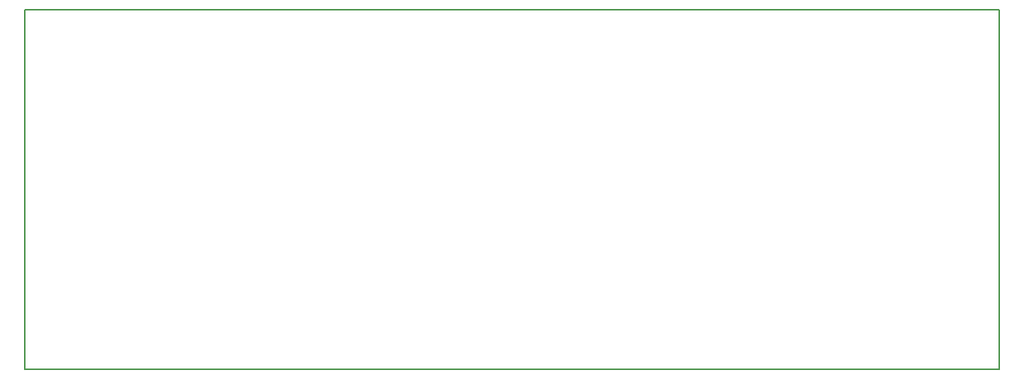
<source format=gbr>
G04 #@! TF.GenerationSoftware,KiCad,Pcbnew,5.0.2-bee76a0~70~ubuntu18.04.1*
G04 #@! TF.CreationDate,2019-01-26T12:58:11+01:00*
G04 #@! TF.ProjectId,MotorDriver,4d6f746f-7244-4726-9976-65722e6b6963,rev?*
G04 #@! TF.SameCoordinates,Original*
G04 #@! TF.FileFunction,Profile,NP*
%FSLAX46Y46*%
G04 Gerber Fmt 4.6, Leading zero omitted, Abs format (unit mm)*
G04 Created by KiCad (PCBNEW 5.0.2-bee76a0~70~ubuntu18.04.1) date So 26. ledna 2019, 12:58:11 CET*
%MOMM*%
%LPD*%
G01*
G04 APERTURE LIST*
%ADD10C,0.150000*%
G04 APERTURE END LIST*
D10*
X198628000Y-73914000D02*
X206883000Y-73914000D01*
X198628000Y-114554000D02*
X206883000Y-114554000D01*
X97028000Y-73914000D02*
X97028000Y-114554000D01*
X198628000Y-73914000D02*
X97028000Y-73914000D01*
X206883000Y-114554000D02*
X206883000Y-73914000D01*
X97028000Y-114554000D02*
X198628000Y-114554000D01*
M02*

</source>
